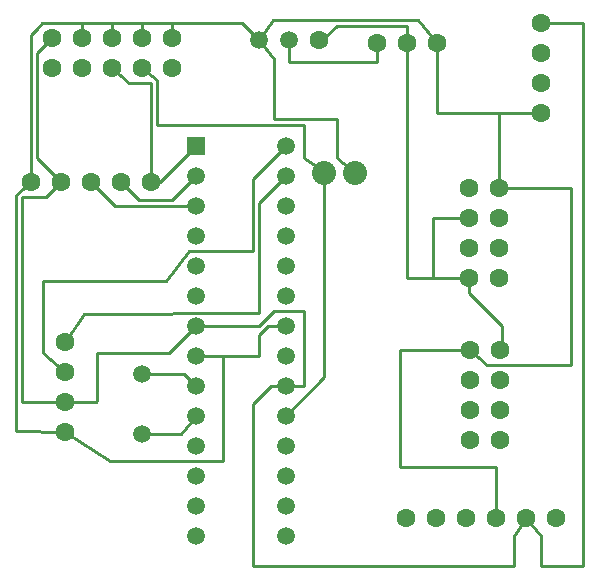
<source format=gtl>
G04 Layer: TopLayer*
G04 EasyEDA v5.9.42, Fri, 19 Apr 2019 11:27:39 GMT*
G04 62b01817c26747bfa47cc5f7c73cc831*
G04 Gerber Generator version 0.2*
G04 Scale: 100 percent, Rotated: No, Reflected: No *
G04 Dimensions in millimeters *
G04 leading zeros omitted , absolute positions ,3 integer and 3 decimal *
%FSLAX33Y33*%
%MOMM*%
G90*
G71D02*

%ADD10C,0.254000*%
%ADD11C,2.032000*%
%ADD12C,1.499997*%
%ADD13R,1.499997X1.499997*%
%ADD14C,1.599997*%

%LPD*%
G54D10*
G01X11938Y16979D02*
G01X15494Y16979D01*
G01X16510Y15963D01*
G01X11938Y11899D02*
G01X15240Y11899D01*
G01X16510Y13423D01*
G01X16510Y13423D01*
G01X12700Y33235D02*
G01X13462Y33235D01*
G01X16510Y36283D01*
G01X16510Y33743D02*
G01X14478Y31711D01*
G01X11684Y31711D01*
G01X10160Y33235D01*
G01X16510Y31203D02*
G01X9652Y31203D01*
G01X7620Y33235D01*
G01X27391Y33997D02*
G01X27391Y33997D01*
G01X27391Y16685D01*
G01X24130Y13423D01*
G01X24130Y36283D02*
G01X21336Y33489D01*
G01X21336Y27393D01*
G01X15943Y27393D01*
G01X13982Y24853D01*
G01X3556Y24853D01*
G01X3556Y18757D01*
G01X5427Y17142D01*
G01X24130Y33743D02*
G01X21844Y31457D01*
G01X21844Y22072D01*
G01X7012Y22037D01*
G01X5428Y19682D01*
G01X12700Y33235D02*
G01X12700Y41617D01*
G01X10878Y41617D01*
G01X9398Y42880D01*
G01X11938Y42880D02*
G01X13208Y41828D01*
G01X13208Y38061D01*
G01X25654Y38061D01*
G01X25654Y35267D01*
G01X27475Y34069D01*
G01X27391Y33997D01*
G01X24442Y45209D02*
G01X24442Y43395D01*
G01X31865Y43395D01*
G01X31865Y44955D01*
G01X14478Y45420D02*
G01X14478Y46697D01*
G01X20413Y46697D01*
G01X21902Y45209D01*
G01X21902Y45209D02*
G01X23022Y46951D01*
G01X35359Y46951D01*
G01X36946Y44945D01*
G01X21902Y45209D02*
G01X23114Y43649D01*
G01X23114Y38569D01*
G01X28448Y38569D01*
G01X28448Y35267D01*
G01X29972Y33997D01*
G01X24130Y21043D02*
G01X22606Y21043D01*
G01X21844Y20281D01*
G01X21844Y18503D01*
G01X16510Y18503D01*
G01X16510Y18503D02*
G01X18796Y18503D01*
G01X18796Y9613D01*
G01X9230Y9613D01*
G01X5427Y12062D01*
G01X5428Y14602D02*
G01X8036Y14602D01*
G01X8128Y14693D01*
G01X8128Y18757D01*
G01X14224Y18757D01*
G01X16510Y21043D01*
G01X5427Y14602D02*
G01X1778Y14602D01*
G01X1778Y31965D01*
G01X3810Y31965D01*
G01X5080Y33235D01*
G01X2540Y33235D02*
G01X1270Y32146D01*
G01X1270Y12143D01*
G01X5427Y12062D01*
G01X6858Y45420D02*
G01X6858Y46697D01*
G01X6858Y46697D01*
G01X3515Y46697D01*
G01X3048Y46189D01*
G01X2540Y45686D01*
G01X2540Y33235D01*
G01X26982Y45209D02*
G01X27213Y45209D01*
G01X28448Y46443D01*
G01X34406Y46443D01*
G01X34406Y44955D01*
G01X34405Y44955D02*
G01X34405Y25105D01*
G01X39674Y25105D01*
G01X39673Y25105D02*
G01X39673Y23788D01*
G01X42418Y21043D01*
G01X42418Y19129D01*
G01X42297Y19009D01*
G01X36945Y44955D02*
G01X36945Y39072D01*
G01X45707Y39072D01*
G01X42214Y32725D02*
G01X42204Y38016D01*
G01X42204Y39072D01*
G01X45707Y39071D01*
G01X42214Y32725D02*
G01X48260Y32727D01*
G01X48260Y17744D01*
G01X41148Y17741D01*
G01X39756Y19009D01*
G01X39756Y19011D02*
G01X33782Y19011D01*
G01X33782Y9105D01*
G01X41910Y9105D01*
G01X41910Y4787D01*
G01X24130Y15963D02*
G01X22860Y15963D01*
G01X21336Y14439D01*
G01X21336Y723D01*
G01X37338Y723D01*
G01X43434Y723D01*
G01X43434Y3263D01*
G01X44450Y4787D01*
G01X16510Y21043D02*
G01X21844Y21043D01*
G01X23114Y22313D01*
G01X25654Y22313D01*
G01X25654Y15963D01*
G01X24130Y15963D01*
G01X45707Y46692D02*
G01X49276Y46697D01*
G01X49276Y723D01*
G01X45720Y723D01*
G01X45720Y3263D01*
G01X44450Y4787D01*
G01X44450Y4787D01*
G01X39674Y30185D02*
G01X36578Y30185D01*
G01X36576Y30187D01*
G01X36576Y25204D01*
G01X36647Y25105D01*
G01X14478Y45420D02*
G01X14478Y46697D01*
G01X11938Y46697D01*
G01X11938Y45420D01*
G01X11938Y45420D02*
G01X11938Y46697D01*
G01X9398Y46697D01*
G01X9398Y46697D02*
G01X6858Y46697D01*
G01X6858Y45420D01*
G01X4318Y45420D02*
G01X3048Y44162D01*
G01X3048Y35267D01*
G01X5080Y33235D01*
G01X9398Y46697D02*
G01X9398Y45419D01*
G54D11*
G01X29972Y33997D03*
G01X27391Y33997D03*
G54D12*
G01X11938Y16979D03*
G01X11938Y11899D03*
G01X24130Y3263D03*
G01X24130Y5803D03*
G01X24130Y8343D03*
G01X24130Y10883D03*
G01X24130Y13423D03*
G01X24130Y15963D03*
G01X24130Y18503D03*
G01X24130Y21043D03*
G01X24130Y23583D03*
G01X24130Y26123D03*
G01X24130Y28663D03*
G01X24130Y31203D03*
G01X24130Y33743D03*
G01X24130Y36283D03*
G01X16510Y3263D03*
G01X16510Y5803D03*
G01X16510Y8343D03*
G01X16510Y10883D03*
G01X16510Y13423D03*
G01X16510Y15963D03*
G01X16510Y18503D03*
G01X16510Y21043D03*
G01X16510Y23583D03*
G01X16510Y26123D03*
G01X16510Y28663D03*
G01X16510Y31203D03*
G01X16510Y33743D03*
G54D13*
G01X16510Y36283D03*
G54D14*
G01X45707Y41611D03*
G01X45707Y44151D03*
G01X45707Y39071D03*
G01X45707Y46691D03*
G01X39673Y30185D03*
G01X42213Y30185D03*
G01X39673Y27645D03*
G01X42213Y27645D03*
G01X39673Y25105D03*
G01X42213Y25105D03*
G01X39673Y32725D03*
G01X42213Y32725D03*
G01X39757Y16469D03*
G01X42297Y16469D03*
G01X39757Y13929D03*
G01X42297Y13929D03*
G01X39757Y11389D03*
G01X42297Y11389D03*
G01X39757Y19009D03*
G01X42297Y19009D03*
G01X26982Y45209D03*
G54D12*
G01X21902Y45209D03*
G01X24442Y45209D03*
G54D14*
G01X31865Y44955D03*
G01X34405Y44955D03*
G01X36945Y44955D03*
G01X5080Y33235D03*
G01X7620Y33235D03*
G01X10160Y33235D03*
G01X2540Y33235D03*
G01X12700Y33235D03*
G01X6858Y42879D03*
G01X6858Y45419D03*
G01X9398Y42879D03*
G01X9398Y45419D03*
G01X11938Y42879D03*
G01X11938Y45419D03*
G01X4318Y42879D03*
G01X4318Y45419D03*
G01X14478Y42879D03*
G01X14478Y45419D03*
G01X5427Y12062D03*
G01X5427Y14602D03*
G01X5427Y17142D03*
G01X5427Y19682D03*
G01X34290Y4787D03*
G01X36830Y4787D03*
G01X39370Y4787D03*
G01X41910Y4787D03*
G01X44450Y4787D03*
G01X46990Y4787D03*
M00*
M02*

</source>
